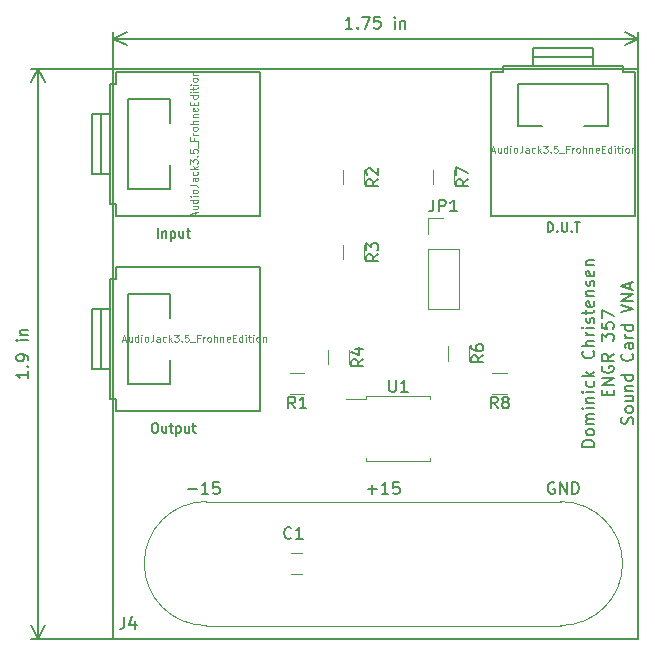
<source format=gbr>
G04 #@! TF.GenerationSoftware,KiCad,Pcbnew,(5.1.2)-1*
G04 #@! TF.CreationDate,2019-05-17T11:10:20-07:00*
G04 #@! TF.ProjectId,VNA2019soundcard,564e4132-3031-4397-936f-756e64636172,rev?*
G04 #@! TF.SameCoordinates,Original*
G04 #@! TF.FileFunction,Legend,Top*
G04 #@! TF.FilePolarity,Positive*
%FSLAX46Y46*%
G04 Gerber Fmt 4.6, Leading zero omitted, Abs format (unit mm)*
G04 Created by KiCad (PCBNEW (5.1.2)-1) date 2019-05-17 11:10:20*
%MOMM*%
%LPD*%
G04 APERTURE LIST*
%ADD10C,0.150000*%
%ADD11C,0.120000*%
%ADD12C,0.100000*%
G04 APERTURE END LIST*
D10*
X43108809Y-48682380D02*
X42537380Y-48682380D01*
X42823095Y-48682380D02*
X42823095Y-47682380D01*
X42727857Y-47825238D01*
X42632619Y-47920476D01*
X42537380Y-47968095D01*
X43537380Y-48587142D02*
X43585000Y-48634761D01*
X43537380Y-48682380D01*
X43489761Y-48634761D01*
X43537380Y-48587142D01*
X43537380Y-48682380D01*
X43918333Y-47682380D02*
X44585000Y-47682380D01*
X44156428Y-48682380D01*
X45442142Y-47682380D02*
X44965952Y-47682380D01*
X44918333Y-48158571D01*
X44965952Y-48110952D01*
X45061190Y-48063333D01*
X45299285Y-48063333D01*
X45394523Y-48110952D01*
X45442142Y-48158571D01*
X45489761Y-48253809D01*
X45489761Y-48491904D01*
X45442142Y-48587142D01*
X45394523Y-48634761D01*
X45299285Y-48682380D01*
X45061190Y-48682380D01*
X44965952Y-48634761D01*
X44918333Y-48587142D01*
X46680238Y-48682380D02*
X46680238Y-48015714D01*
X46680238Y-47682380D02*
X46632619Y-47730000D01*
X46680238Y-47777619D01*
X46727857Y-47730000D01*
X46680238Y-47682380D01*
X46680238Y-47777619D01*
X47156428Y-48015714D02*
X47156428Y-48682380D01*
X47156428Y-48110952D02*
X47204047Y-48063333D01*
X47299285Y-48015714D01*
X47442142Y-48015714D01*
X47537380Y-48063333D01*
X47585000Y-48158571D01*
X47585000Y-48682380D01*
X22860000Y-49530000D02*
X67310000Y-49530000D01*
X22860000Y-52070000D02*
X22860000Y-48943579D01*
X67310000Y-52070000D02*
X67310000Y-48943579D01*
X67310000Y-49530000D02*
X66183496Y-50116421D01*
X67310000Y-49530000D02*
X66183496Y-48943579D01*
X22860000Y-49530000D02*
X23986504Y-50116421D01*
X22860000Y-49530000D02*
X23986504Y-48943579D01*
X15662380Y-77700000D02*
X15662380Y-78271428D01*
X15662380Y-77985714D02*
X14662380Y-77985714D01*
X14805238Y-78080952D01*
X14900476Y-78176190D01*
X14948095Y-78271428D01*
X15567142Y-77271428D02*
X15614761Y-77223809D01*
X15662380Y-77271428D01*
X15614761Y-77319047D01*
X15567142Y-77271428D01*
X15662380Y-77271428D01*
X15662380Y-76747619D02*
X15662380Y-76557142D01*
X15614761Y-76461904D01*
X15567142Y-76414285D01*
X15424285Y-76319047D01*
X15233809Y-76271428D01*
X14852857Y-76271428D01*
X14757619Y-76319047D01*
X14710000Y-76366666D01*
X14662380Y-76461904D01*
X14662380Y-76652380D01*
X14710000Y-76747619D01*
X14757619Y-76795238D01*
X14852857Y-76842857D01*
X15090952Y-76842857D01*
X15186190Y-76795238D01*
X15233809Y-76747619D01*
X15281428Y-76652380D01*
X15281428Y-76461904D01*
X15233809Y-76366666D01*
X15186190Y-76319047D01*
X15090952Y-76271428D01*
X15662380Y-75080952D02*
X14995714Y-75080952D01*
X14662380Y-75080952D02*
X14710000Y-75128571D01*
X14757619Y-75080952D01*
X14710000Y-75033333D01*
X14662380Y-75080952D01*
X14757619Y-75080952D01*
X14995714Y-74604761D02*
X15662380Y-74604761D01*
X15090952Y-74604761D02*
X15043333Y-74557142D01*
X14995714Y-74461904D01*
X14995714Y-74319047D01*
X15043333Y-74223809D01*
X15138571Y-74176190D01*
X15662380Y-74176190D01*
X16510000Y-100330000D02*
X16510000Y-52070000D01*
X22860000Y-100330000D02*
X15923579Y-100330000D01*
X22860000Y-52070000D02*
X15923579Y-52070000D01*
X16510000Y-52070000D02*
X17096421Y-53196504D01*
X16510000Y-52070000D02*
X15923579Y-53196504D01*
X16510000Y-100330000D02*
X17096421Y-99203496D01*
X16510000Y-100330000D02*
X15923579Y-99203496D01*
X63572380Y-84080952D02*
X62572380Y-84080952D01*
X62572380Y-83842857D01*
X62620000Y-83700000D01*
X62715238Y-83604761D01*
X62810476Y-83557142D01*
X63000952Y-83509523D01*
X63143809Y-83509523D01*
X63334285Y-83557142D01*
X63429523Y-83604761D01*
X63524761Y-83700000D01*
X63572380Y-83842857D01*
X63572380Y-84080952D01*
X63572380Y-82938095D02*
X63524761Y-83033333D01*
X63477142Y-83080952D01*
X63381904Y-83128571D01*
X63096190Y-83128571D01*
X63000952Y-83080952D01*
X62953333Y-83033333D01*
X62905714Y-82938095D01*
X62905714Y-82795238D01*
X62953333Y-82700000D01*
X63000952Y-82652380D01*
X63096190Y-82604761D01*
X63381904Y-82604761D01*
X63477142Y-82652380D01*
X63524761Y-82700000D01*
X63572380Y-82795238D01*
X63572380Y-82938095D01*
X63572380Y-82176190D02*
X62905714Y-82176190D01*
X63000952Y-82176190D02*
X62953333Y-82128571D01*
X62905714Y-82033333D01*
X62905714Y-81890476D01*
X62953333Y-81795238D01*
X63048571Y-81747619D01*
X63572380Y-81747619D01*
X63048571Y-81747619D02*
X62953333Y-81700000D01*
X62905714Y-81604761D01*
X62905714Y-81461904D01*
X62953333Y-81366666D01*
X63048571Y-81319047D01*
X63572380Y-81319047D01*
X63572380Y-80842857D02*
X62905714Y-80842857D01*
X62572380Y-80842857D02*
X62620000Y-80890476D01*
X62667619Y-80842857D01*
X62620000Y-80795238D01*
X62572380Y-80842857D01*
X62667619Y-80842857D01*
X62905714Y-80366666D02*
X63572380Y-80366666D01*
X63000952Y-80366666D02*
X62953333Y-80319047D01*
X62905714Y-80223809D01*
X62905714Y-80080952D01*
X62953333Y-79985714D01*
X63048571Y-79938095D01*
X63572380Y-79938095D01*
X63572380Y-79461904D02*
X62905714Y-79461904D01*
X62572380Y-79461904D02*
X62620000Y-79509523D01*
X62667619Y-79461904D01*
X62620000Y-79414285D01*
X62572380Y-79461904D01*
X62667619Y-79461904D01*
X63524761Y-78557142D02*
X63572380Y-78652380D01*
X63572380Y-78842857D01*
X63524761Y-78938095D01*
X63477142Y-78985714D01*
X63381904Y-79033333D01*
X63096190Y-79033333D01*
X63000952Y-78985714D01*
X62953333Y-78938095D01*
X62905714Y-78842857D01*
X62905714Y-78652380D01*
X62953333Y-78557142D01*
X63572380Y-78128571D02*
X62572380Y-78128571D01*
X63191428Y-78033333D02*
X63572380Y-77747619D01*
X62905714Y-77747619D02*
X63286666Y-78128571D01*
X63477142Y-75985714D02*
X63524761Y-76033333D01*
X63572380Y-76176190D01*
X63572380Y-76271428D01*
X63524761Y-76414285D01*
X63429523Y-76509523D01*
X63334285Y-76557142D01*
X63143809Y-76604761D01*
X63000952Y-76604761D01*
X62810476Y-76557142D01*
X62715238Y-76509523D01*
X62620000Y-76414285D01*
X62572380Y-76271428D01*
X62572380Y-76176190D01*
X62620000Y-76033333D01*
X62667619Y-75985714D01*
X63572380Y-75557142D02*
X62572380Y-75557142D01*
X63572380Y-75128571D02*
X63048571Y-75128571D01*
X62953333Y-75176190D01*
X62905714Y-75271428D01*
X62905714Y-75414285D01*
X62953333Y-75509523D01*
X63000952Y-75557142D01*
X63572380Y-74652380D02*
X62905714Y-74652380D01*
X63096190Y-74652380D02*
X63000952Y-74604761D01*
X62953333Y-74557142D01*
X62905714Y-74461904D01*
X62905714Y-74366666D01*
X63572380Y-74033333D02*
X62905714Y-74033333D01*
X62572380Y-74033333D02*
X62620000Y-74080952D01*
X62667619Y-74033333D01*
X62620000Y-73985714D01*
X62572380Y-74033333D01*
X62667619Y-74033333D01*
X63524761Y-73604761D02*
X63572380Y-73509523D01*
X63572380Y-73319047D01*
X63524761Y-73223809D01*
X63429523Y-73176190D01*
X63381904Y-73176190D01*
X63286666Y-73223809D01*
X63239047Y-73319047D01*
X63239047Y-73461904D01*
X63191428Y-73557142D01*
X63096190Y-73604761D01*
X63048571Y-73604761D01*
X62953333Y-73557142D01*
X62905714Y-73461904D01*
X62905714Y-73319047D01*
X62953333Y-73223809D01*
X62905714Y-72890476D02*
X62905714Y-72509523D01*
X62572380Y-72747619D02*
X63429523Y-72747619D01*
X63524761Y-72700000D01*
X63572380Y-72604761D01*
X63572380Y-72509523D01*
X63524761Y-71795238D02*
X63572380Y-71890476D01*
X63572380Y-72080952D01*
X63524761Y-72176190D01*
X63429523Y-72223809D01*
X63048571Y-72223809D01*
X62953333Y-72176190D01*
X62905714Y-72080952D01*
X62905714Y-71890476D01*
X62953333Y-71795238D01*
X63048571Y-71747619D01*
X63143809Y-71747619D01*
X63239047Y-72223809D01*
X62905714Y-71319047D02*
X63572380Y-71319047D01*
X63000952Y-71319047D02*
X62953333Y-71271428D01*
X62905714Y-71176190D01*
X62905714Y-71033333D01*
X62953333Y-70938095D01*
X63048571Y-70890476D01*
X63572380Y-70890476D01*
X63524761Y-70461904D02*
X63572380Y-70366666D01*
X63572380Y-70176190D01*
X63524761Y-70080952D01*
X63429523Y-70033333D01*
X63381904Y-70033333D01*
X63286666Y-70080952D01*
X63239047Y-70176190D01*
X63239047Y-70319047D01*
X63191428Y-70414285D01*
X63096190Y-70461904D01*
X63048571Y-70461904D01*
X62953333Y-70414285D01*
X62905714Y-70319047D01*
X62905714Y-70176190D01*
X62953333Y-70080952D01*
X63524761Y-69223809D02*
X63572380Y-69319047D01*
X63572380Y-69509523D01*
X63524761Y-69604761D01*
X63429523Y-69652380D01*
X63048571Y-69652380D01*
X62953333Y-69604761D01*
X62905714Y-69509523D01*
X62905714Y-69319047D01*
X62953333Y-69223809D01*
X63048571Y-69176190D01*
X63143809Y-69176190D01*
X63239047Y-69652380D01*
X62905714Y-68747619D02*
X63572380Y-68747619D01*
X63000952Y-68747619D02*
X62953333Y-68700000D01*
X62905714Y-68604761D01*
X62905714Y-68461904D01*
X62953333Y-68366666D01*
X63048571Y-68319047D01*
X63572380Y-68319047D01*
X64698571Y-79747619D02*
X64698571Y-79414285D01*
X65222380Y-79271428D02*
X65222380Y-79747619D01*
X64222380Y-79747619D01*
X64222380Y-79271428D01*
X65222380Y-78842857D02*
X64222380Y-78842857D01*
X65222380Y-78271428D01*
X64222380Y-78271428D01*
X64270000Y-77271428D02*
X64222380Y-77366666D01*
X64222380Y-77509523D01*
X64270000Y-77652380D01*
X64365238Y-77747619D01*
X64460476Y-77795238D01*
X64650952Y-77842857D01*
X64793809Y-77842857D01*
X64984285Y-77795238D01*
X65079523Y-77747619D01*
X65174761Y-77652380D01*
X65222380Y-77509523D01*
X65222380Y-77414285D01*
X65174761Y-77271428D01*
X65127142Y-77223809D01*
X64793809Y-77223809D01*
X64793809Y-77414285D01*
X65222380Y-76223809D02*
X64746190Y-76557142D01*
X65222380Y-76795238D02*
X64222380Y-76795238D01*
X64222380Y-76414285D01*
X64270000Y-76319047D01*
X64317619Y-76271428D01*
X64412857Y-76223809D01*
X64555714Y-76223809D01*
X64650952Y-76271428D01*
X64698571Y-76319047D01*
X64746190Y-76414285D01*
X64746190Y-76795238D01*
X64222380Y-75128571D02*
X64222380Y-74509523D01*
X64603333Y-74842857D01*
X64603333Y-74700000D01*
X64650952Y-74604761D01*
X64698571Y-74557142D01*
X64793809Y-74509523D01*
X65031904Y-74509523D01*
X65127142Y-74557142D01*
X65174761Y-74604761D01*
X65222380Y-74700000D01*
X65222380Y-74985714D01*
X65174761Y-75080952D01*
X65127142Y-75128571D01*
X64222380Y-73604761D02*
X64222380Y-74080952D01*
X64698571Y-74128571D01*
X64650952Y-74080952D01*
X64603333Y-73985714D01*
X64603333Y-73747619D01*
X64650952Y-73652380D01*
X64698571Y-73604761D01*
X64793809Y-73557142D01*
X65031904Y-73557142D01*
X65127142Y-73604761D01*
X65174761Y-73652380D01*
X65222380Y-73747619D01*
X65222380Y-73985714D01*
X65174761Y-74080952D01*
X65127142Y-74128571D01*
X64222380Y-73223809D02*
X64222380Y-72557142D01*
X65222380Y-72985714D01*
X66824761Y-82152380D02*
X66872380Y-82009523D01*
X66872380Y-81771428D01*
X66824761Y-81676190D01*
X66777142Y-81628571D01*
X66681904Y-81580952D01*
X66586666Y-81580952D01*
X66491428Y-81628571D01*
X66443809Y-81676190D01*
X66396190Y-81771428D01*
X66348571Y-81961904D01*
X66300952Y-82057142D01*
X66253333Y-82104761D01*
X66158095Y-82152380D01*
X66062857Y-82152380D01*
X65967619Y-82104761D01*
X65920000Y-82057142D01*
X65872380Y-81961904D01*
X65872380Y-81723809D01*
X65920000Y-81580952D01*
X66872380Y-81009523D02*
X66824761Y-81104761D01*
X66777142Y-81152380D01*
X66681904Y-81200000D01*
X66396190Y-81200000D01*
X66300952Y-81152380D01*
X66253333Y-81104761D01*
X66205714Y-81009523D01*
X66205714Y-80866666D01*
X66253333Y-80771428D01*
X66300952Y-80723809D01*
X66396190Y-80676190D01*
X66681904Y-80676190D01*
X66777142Y-80723809D01*
X66824761Y-80771428D01*
X66872380Y-80866666D01*
X66872380Y-81009523D01*
X66205714Y-79819047D02*
X66872380Y-79819047D01*
X66205714Y-80247619D02*
X66729523Y-80247619D01*
X66824761Y-80200000D01*
X66872380Y-80104761D01*
X66872380Y-79961904D01*
X66824761Y-79866666D01*
X66777142Y-79819047D01*
X66205714Y-79342857D02*
X66872380Y-79342857D01*
X66300952Y-79342857D02*
X66253333Y-79295238D01*
X66205714Y-79200000D01*
X66205714Y-79057142D01*
X66253333Y-78961904D01*
X66348571Y-78914285D01*
X66872380Y-78914285D01*
X66872380Y-78009523D02*
X65872380Y-78009523D01*
X66824761Y-78009523D02*
X66872380Y-78104761D01*
X66872380Y-78295238D01*
X66824761Y-78390476D01*
X66777142Y-78438095D01*
X66681904Y-78485714D01*
X66396190Y-78485714D01*
X66300952Y-78438095D01*
X66253333Y-78390476D01*
X66205714Y-78295238D01*
X66205714Y-78104761D01*
X66253333Y-78009523D01*
X66777142Y-76200000D02*
X66824761Y-76247619D01*
X66872380Y-76390476D01*
X66872380Y-76485714D01*
X66824761Y-76628571D01*
X66729523Y-76723809D01*
X66634285Y-76771428D01*
X66443809Y-76819047D01*
X66300952Y-76819047D01*
X66110476Y-76771428D01*
X66015238Y-76723809D01*
X65920000Y-76628571D01*
X65872380Y-76485714D01*
X65872380Y-76390476D01*
X65920000Y-76247619D01*
X65967619Y-76200000D01*
X66872380Y-75342857D02*
X66348571Y-75342857D01*
X66253333Y-75390476D01*
X66205714Y-75485714D01*
X66205714Y-75676190D01*
X66253333Y-75771428D01*
X66824761Y-75342857D02*
X66872380Y-75438095D01*
X66872380Y-75676190D01*
X66824761Y-75771428D01*
X66729523Y-75819047D01*
X66634285Y-75819047D01*
X66539047Y-75771428D01*
X66491428Y-75676190D01*
X66491428Y-75438095D01*
X66443809Y-75342857D01*
X66872380Y-74866666D02*
X66205714Y-74866666D01*
X66396190Y-74866666D02*
X66300952Y-74819047D01*
X66253333Y-74771428D01*
X66205714Y-74676190D01*
X66205714Y-74580952D01*
X66872380Y-73819047D02*
X65872380Y-73819047D01*
X66824761Y-73819047D02*
X66872380Y-73914285D01*
X66872380Y-74104761D01*
X66824761Y-74200000D01*
X66777142Y-74247619D01*
X66681904Y-74295238D01*
X66396190Y-74295238D01*
X66300952Y-74247619D01*
X66253333Y-74200000D01*
X66205714Y-74104761D01*
X66205714Y-73914285D01*
X66253333Y-73819047D01*
X65872380Y-72723809D02*
X66872380Y-72390476D01*
X65872380Y-72057142D01*
X66872380Y-71723809D02*
X65872380Y-71723809D01*
X66872380Y-71152380D01*
X65872380Y-71152380D01*
X66586666Y-70723809D02*
X66586666Y-70247619D01*
X66872380Y-70819047D02*
X65872380Y-70485714D01*
X66872380Y-70152380D01*
X60198095Y-87130000D02*
X60102857Y-87082380D01*
X59960000Y-87082380D01*
X59817142Y-87130000D01*
X59721904Y-87225238D01*
X59674285Y-87320476D01*
X59626666Y-87510952D01*
X59626666Y-87653809D01*
X59674285Y-87844285D01*
X59721904Y-87939523D01*
X59817142Y-88034761D01*
X59960000Y-88082380D01*
X60055238Y-88082380D01*
X60198095Y-88034761D01*
X60245714Y-87987142D01*
X60245714Y-87653809D01*
X60055238Y-87653809D01*
X60674285Y-88082380D02*
X60674285Y-87082380D01*
X61245714Y-88082380D01*
X61245714Y-87082380D01*
X61721904Y-88082380D02*
X61721904Y-87082380D01*
X61960000Y-87082380D01*
X62102857Y-87130000D01*
X62198095Y-87225238D01*
X62245714Y-87320476D01*
X62293333Y-87510952D01*
X62293333Y-87653809D01*
X62245714Y-87844285D01*
X62198095Y-87939523D01*
X62102857Y-88034761D01*
X61960000Y-88082380D01*
X61721904Y-88082380D01*
X44386666Y-87701428D02*
X45148571Y-87701428D01*
X44767619Y-88082380D02*
X44767619Y-87320476D01*
X46148571Y-88082380D02*
X45577142Y-88082380D01*
X45862857Y-88082380D02*
X45862857Y-87082380D01*
X45767619Y-87225238D01*
X45672380Y-87320476D01*
X45577142Y-87368095D01*
X47053333Y-87082380D02*
X46577142Y-87082380D01*
X46529523Y-87558571D01*
X46577142Y-87510952D01*
X46672380Y-87463333D01*
X46910476Y-87463333D01*
X47005714Y-87510952D01*
X47053333Y-87558571D01*
X47100952Y-87653809D01*
X47100952Y-87891904D01*
X47053333Y-87987142D01*
X47005714Y-88034761D01*
X46910476Y-88082380D01*
X46672380Y-88082380D01*
X46577142Y-88034761D01*
X46529523Y-87987142D01*
X29146666Y-87701428D02*
X29908571Y-87701428D01*
X30908571Y-88082380D02*
X30337142Y-88082380D01*
X30622857Y-88082380D02*
X30622857Y-87082380D01*
X30527619Y-87225238D01*
X30432380Y-87320476D01*
X30337142Y-87368095D01*
X31813333Y-87082380D02*
X31337142Y-87082380D01*
X31289523Y-87558571D01*
X31337142Y-87510952D01*
X31432380Y-87463333D01*
X31670476Y-87463333D01*
X31765714Y-87510952D01*
X31813333Y-87558571D01*
X31860952Y-87653809D01*
X31860952Y-87891904D01*
X31813333Y-87987142D01*
X31765714Y-88034761D01*
X31670476Y-88082380D01*
X31432380Y-88082380D01*
X31337142Y-88034761D01*
X31289523Y-87987142D01*
X67310000Y-100330000D02*
X67310000Y-95250000D01*
X22860000Y-100330000D02*
X67310000Y-100330000D01*
X22860000Y-95250000D02*
X22860000Y-100330000D01*
X22860000Y-52070000D02*
X22860000Y-78740000D01*
X67310000Y-52070000D02*
X22860000Y-52070000D01*
X67310000Y-95250000D02*
X67310000Y-52070000D01*
X22860000Y-78740000D02*
X22860000Y-95250000D01*
X35306000Y-52324000D02*
X35306000Y-64516000D01*
X23114000Y-52324000D02*
X35306000Y-52324000D01*
X35306000Y-64516000D02*
X23114000Y-64516000D01*
X21082000Y-60960000D02*
X21082000Y-55880000D01*
X22606000Y-53340000D02*
X23114000Y-53340000D01*
X22606000Y-63500000D02*
X22606000Y-53340000D01*
X22860000Y-63500000D02*
X22606000Y-63500000D01*
X23114000Y-63500000D02*
X22860000Y-63500000D01*
X21844000Y-60960000D02*
X21844000Y-55880000D01*
X22606000Y-55880000D02*
X21082000Y-55880000D01*
X21082000Y-60960000D02*
X22606000Y-60960000D01*
X23114000Y-52324000D02*
X23114000Y-53340000D01*
X23114000Y-63500000D02*
X23114000Y-64516000D01*
X27686000Y-54610000D02*
X27686000Y-56642000D01*
X24130000Y-54610000D02*
X27686000Y-54610000D01*
X24130000Y-62230000D02*
X24130000Y-54610000D01*
X27686000Y-62230000D02*
X24130000Y-62230000D01*
X27686000Y-60198000D02*
X27686000Y-62230000D01*
X35306000Y-68834000D02*
X35306000Y-81026000D01*
X23114000Y-68834000D02*
X35306000Y-68834000D01*
X35306000Y-81026000D02*
X23114000Y-81026000D01*
X21082000Y-77470000D02*
X21082000Y-72390000D01*
X22606000Y-69850000D02*
X23114000Y-69850000D01*
X22606000Y-80010000D02*
X22606000Y-69850000D01*
X22860000Y-80010000D02*
X22606000Y-80010000D01*
X23114000Y-80010000D02*
X22860000Y-80010000D01*
X21844000Y-77470000D02*
X21844000Y-72390000D01*
X22606000Y-72390000D02*
X21082000Y-72390000D01*
X21082000Y-77470000D02*
X22606000Y-77470000D01*
X23114000Y-68834000D02*
X23114000Y-69850000D01*
X23114000Y-80010000D02*
X23114000Y-81026000D01*
X27686000Y-71120000D02*
X27686000Y-73152000D01*
X24130000Y-71120000D02*
X27686000Y-71120000D01*
X24130000Y-78740000D02*
X24130000Y-71120000D01*
X27686000Y-78740000D02*
X24130000Y-78740000D01*
X27686000Y-76708000D02*
X27686000Y-78740000D01*
X67056000Y-64516000D02*
X54864000Y-64516000D01*
X67056000Y-52324000D02*
X67056000Y-64516000D01*
X54864000Y-64516000D02*
X54864000Y-52324000D01*
X58420000Y-50292000D02*
X63500000Y-50292000D01*
X66040000Y-51816000D02*
X66040000Y-52324000D01*
X55880000Y-51816000D02*
X66040000Y-51816000D01*
X55880000Y-52070000D02*
X55880000Y-51816000D01*
X55880000Y-52324000D02*
X55880000Y-52070000D01*
X58420000Y-51054000D02*
X63500000Y-51054000D01*
X63500000Y-51816000D02*
X63500000Y-50292000D01*
X58420000Y-50292000D02*
X58420000Y-51816000D01*
X67056000Y-52324000D02*
X66040000Y-52324000D01*
X55880000Y-52324000D02*
X54864000Y-52324000D01*
X64770000Y-56896000D02*
X62738000Y-56896000D01*
X64770000Y-53340000D02*
X64770000Y-56896000D01*
X57150000Y-53340000D02*
X64770000Y-53340000D01*
X57150000Y-56896000D02*
X57150000Y-53340000D01*
X59182000Y-56896000D02*
X57150000Y-56896000D01*
D11*
X30730000Y-99230000D02*
X60730000Y-99230000D01*
X60730000Y-88730000D02*
X30730000Y-88730000D01*
X60730000Y-99230000D02*
G75*
G03X60730000Y-88730000I0J5250000D01*
G01*
X30730000Y-88730000D02*
G75*
G03X30730000Y-99230000I0J-5250000D01*
G01*
X44265000Y-80085000D02*
X42590000Y-80085000D01*
X44265000Y-79825000D02*
X44265000Y-80085000D01*
X46990000Y-79825000D02*
X44265000Y-79825000D01*
X49715000Y-79825000D02*
X49715000Y-80085000D01*
X46990000Y-79825000D02*
X49715000Y-79825000D01*
X44265000Y-85275000D02*
X44265000Y-85015000D01*
X46990000Y-85275000D02*
X44265000Y-85275000D01*
X49715000Y-85275000D02*
X49715000Y-85015000D01*
X46990000Y-85275000D02*
X49715000Y-85275000D01*
X54960000Y-77860000D02*
X56160000Y-77860000D01*
X56160000Y-79620000D02*
X54960000Y-79620000D01*
X49920000Y-61880000D02*
X49920000Y-60680000D01*
X51680000Y-60680000D02*
X51680000Y-61880000D01*
X51190000Y-76800000D02*
X51190000Y-75600000D01*
X52950000Y-75600000D02*
X52950000Y-76800000D01*
X41030000Y-77120000D02*
X41030000Y-75920000D01*
X42790000Y-75920000D02*
X42790000Y-77120000D01*
X42300000Y-68230000D02*
X42300000Y-67030000D01*
X44060000Y-67030000D02*
X44060000Y-68230000D01*
X42300000Y-61880000D02*
X42300000Y-60680000D01*
X44060000Y-60680000D02*
X44060000Y-61880000D01*
X37820000Y-77860000D02*
X39020000Y-77860000D01*
X39020000Y-79620000D02*
X37820000Y-79620000D01*
X37870000Y-94830000D02*
X38870000Y-94830000D01*
X38870000Y-93130000D02*
X37870000Y-93130000D01*
X49470000Y-72450000D02*
X52130000Y-72450000D01*
X49470000Y-67310000D02*
X49470000Y-72450000D01*
X52130000Y-67310000D02*
X52130000Y-72450000D01*
X49470000Y-67310000D02*
X52130000Y-67310000D01*
X49470000Y-66040000D02*
X49470000Y-64710000D01*
X49470000Y-64710000D02*
X50800000Y-64710000D01*
D10*
X26625714Y-66401904D02*
X26625714Y-65601904D01*
X27006666Y-65868571D02*
X27006666Y-66401904D01*
X27006666Y-65944761D02*
X27044761Y-65906666D01*
X27120952Y-65868571D01*
X27235238Y-65868571D01*
X27311428Y-65906666D01*
X27349523Y-65982857D01*
X27349523Y-66401904D01*
X27730476Y-65868571D02*
X27730476Y-66668571D01*
X27730476Y-65906666D02*
X27806666Y-65868571D01*
X27959047Y-65868571D01*
X28035238Y-65906666D01*
X28073333Y-65944761D01*
X28111428Y-66020952D01*
X28111428Y-66249523D01*
X28073333Y-66325714D01*
X28035238Y-66363809D01*
X27959047Y-66401904D01*
X27806666Y-66401904D01*
X27730476Y-66363809D01*
X28797142Y-65868571D02*
X28797142Y-66401904D01*
X28454285Y-65868571D02*
X28454285Y-66287619D01*
X28492380Y-66363809D01*
X28568571Y-66401904D01*
X28682857Y-66401904D01*
X28759047Y-66363809D01*
X28797142Y-66325714D01*
X29063809Y-65868571D02*
X29368571Y-65868571D01*
X29178095Y-65601904D02*
X29178095Y-66287619D01*
X29216190Y-66363809D01*
X29292380Y-66401904D01*
X29368571Y-66401904D01*
D12*
X29818000Y-64520000D02*
X29818000Y-64234285D01*
X29989428Y-64577142D02*
X29389428Y-64377142D01*
X29989428Y-64177142D01*
X29589428Y-63720000D02*
X29989428Y-63720000D01*
X29589428Y-63977142D02*
X29903714Y-63977142D01*
X29960857Y-63948571D01*
X29989428Y-63891428D01*
X29989428Y-63805714D01*
X29960857Y-63748571D01*
X29932285Y-63720000D01*
X29989428Y-63177142D02*
X29389428Y-63177142D01*
X29960857Y-63177142D02*
X29989428Y-63234285D01*
X29989428Y-63348571D01*
X29960857Y-63405714D01*
X29932285Y-63434285D01*
X29875142Y-63462857D01*
X29703714Y-63462857D01*
X29646571Y-63434285D01*
X29618000Y-63405714D01*
X29589428Y-63348571D01*
X29589428Y-63234285D01*
X29618000Y-63177142D01*
X29989428Y-62891428D02*
X29589428Y-62891428D01*
X29389428Y-62891428D02*
X29418000Y-62920000D01*
X29446571Y-62891428D01*
X29418000Y-62862857D01*
X29389428Y-62891428D01*
X29446571Y-62891428D01*
X29989428Y-62520000D02*
X29960857Y-62577142D01*
X29932285Y-62605714D01*
X29875142Y-62634285D01*
X29703714Y-62634285D01*
X29646571Y-62605714D01*
X29618000Y-62577142D01*
X29589428Y-62520000D01*
X29589428Y-62434285D01*
X29618000Y-62377142D01*
X29646571Y-62348571D01*
X29703714Y-62320000D01*
X29875142Y-62320000D01*
X29932285Y-62348571D01*
X29960857Y-62377142D01*
X29989428Y-62434285D01*
X29989428Y-62520000D01*
X29389428Y-61891428D02*
X29818000Y-61891428D01*
X29903714Y-61920000D01*
X29960857Y-61977142D01*
X29989428Y-62062857D01*
X29989428Y-62120000D01*
X29989428Y-61348571D02*
X29675142Y-61348571D01*
X29618000Y-61377142D01*
X29589428Y-61434285D01*
X29589428Y-61548571D01*
X29618000Y-61605714D01*
X29960857Y-61348571D02*
X29989428Y-61405714D01*
X29989428Y-61548571D01*
X29960857Y-61605714D01*
X29903714Y-61634285D01*
X29846571Y-61634285D01*
X29789428Y-61605714D01*
X29760857Y-61548571D01*
X29760857Y-61405714D01*
X29732285Y-61348571D01*
X29960857Y-60805714D02*
X29989428Y-60862857D01*
X29989428Y-60977142D01*
X29960857Y-61034285D01*
X29932285Y-61062857D01*
X29875142Y-61091428D01*
X29703714Y-61091428D01*
X29646571Y-61062857D01*
X29618000Y-61034285D01*
X29589428Y-60977142D01*
X29589428Y-60862857D01*
X29618000Y-60805714D01*
X29989428Y-60548571D02*
X29389428Y-60548571D01*
X29760857Y-60491428D02*
X29989428Y-60320000D01*
X29589428Y-60320000D02*
X29818000Y-60548571D01*
X29389428Y-60120000D02*
X29389428Y-59748571D01*
X29618000Y-59948571D01*
X29618000Y-59862857D01*
X29646571Y-59805714D01*
X29675142Y-59777142D01*
X29732285Y-59748571D01*
X29875142Y-59748571D01*
X29932285Y-59777142D01*
X29960857Y-59805714D01*
X29989428Y-59862857D01*
X29989428Y-60034285D01*
X29960857Y-60091428D01*
X29932285Y-60120000D01*
X29932285Y-59491428D02*
X29960857Y-59462857D01*
X29989428Y-59491428D01*
X29960857Y-59520000D01*
X29932285Y-59491428D01*
X29989428Y-59491428D01*
X29389428Y-58920000D02*
X29389428Y-59205714D01*
X29675142Y-59234285D01*
X29646571Y-59205714D01*
X29618000Y-59148571D01*
X29618000Y-59005714D01*
X29646571Y-58948571D01*
X29675142Y-58920000D01*
X29732285Y-58891428D01*
X29875142Y-58891428D01*
X29932285Y-58920000D01*
X29960857Y-58948571D01*
X29989428Y-59005714D01*
X29989428Y-59148571D01*
X29960857Y-59205714D01*
X29932285Y-59234285D01*
X30046571Y-58777142D02*
X30046571Y-58320000D01*
X29675142Y-57977142D02*
X29675142Y-58177142D01*
X29989428Y-58177142D02*
X29389428Y-58177142D01*
X29389428Y-57891428D01*
X29989428Y-57662857D02*
X29589428Y-57662857D01*
X29703714Y-57662857D02*
X29646571Y-57634285D01*
X29618000Y-57605714D01*
X29589428Y-57548571D01*
X29589428Y-57491428D01*
X29989428Y-57205714D02*
X29960857Y-57262857D01*
X29932285Y-57291428D01*
X29875142Y-57320000D01*
X29703714Y-57320000D01*
X29646571Y-57291428D01*
X29618000Y-57262857D01*
X29589428Y-57205714D01*
X29589428Y-57120000D01*
X29618000Y-57062857D01*
X29646571Y-57034285D01*
X29703714Y-57005714D01*
X29875142Y-57005714D01*
X29932285Y-57034285D01*
X29960857Y-57062857D01*
X29989428Y-57120000D01*
X29989428Y-57205714D01*
X29989428Y-56748571D02*
X29389428Y-56748571D01*
X29989428Y-56491428D02*
X29675142Y-56491428D01*
X29618000Y-56520000D01*
X29589428Y-56577142D01*
X29589428Y-56662857D01*
X29618000Y-56720000D01*
X29646571Y-56748571D01*
X29589428Y-56205714D02*
X29989428Y-56205714D01*
X29646571Y-56205714D02*
X29618000Y-56177142D01*
X29589428Y-56120000D01*
X29589428Y-56034285D01*
X29618000Y-55977142D01*
X29675142Y-55948571D01*
X29989428Y-55948571D01*
X29960857Y-55434285D02*
X29989428Y-55491428D01*
X29989428Y-55605714D01*
X29960857Y-55662857D01*
X29903714Y-55691428D01*
X29675142Y-55691428D01*
X29618000Y-55662857D01*
X29589428Y-55605714D01*
X29589428Y-55491428D01*
X29618000Y-55434285D01*
X29675142Y-55405714D01*
X29732285Y-55405714D01*
X29789428Y-55691428D01*
X29675142Y-55148571D02*
X29675142Y-54948571D01*
X29989428Y-54862857D02*
X29989428Y-55148571D01*
X29389428Y-55148571D01*
X29389428Y-54862857D01*
X29989428Y-54348571D02*
X29389428Y-54348571D01*
X29960857Y-54348571D02*
X29989428Y-54405714D01*
X29989428Y-54520000D01*
X29960857Y-54577142D01*
X29932285Y-54605714D01*
X29875142Y-54634285D01*
X29703714Y-54634285D01*
X29646571Y-54605714D01*
X29618000Y-54577142D01*
X29589428Y-54520000D01*
X29589428Y-54405714D01*
X29618000Y-54348571D01*
X29989428Y-54062857D02*
X29589428Y-54062857D01*
X29389428Y-54062857D02*
X29418000Y-54091428D01*
X29446571Y-54062857D01*
X29418000Y-54034285D01*
X29389428Y-54062857D01*
X29446571Y-54062857D01*
X29589428Y-53862857D02*
X29589428Y-53634285D01*
X29389428Y-53777142D02*
X29903714Y-53777142D01*
X29960857Y-53748571D01*
X29989428Y-53691428D01*
X29989428Y-53634285D01*
X29989428Y-53434285D02*
X29589428Y-53434285D01*
X29389428Y-53434285D02*
X29418000Y-53462857D01*
X29446571Y-53434285D01*
X29418000Y-53405714D01*
X29389428Y-53434285D01*
X29446571Y-53434285D01*
X29989428Y-53062857D02*
X29960857Y-53120000D01*
X29932285Y-53148571D01*
X29875142Y-53177142D01*
X29703714Y-53177142D01*
X29646571Y-53148571D01*
X29618000Y-53120000D01*
X29589428Y-53062857D01*
X29589428Y-52977142D01*
X29618000Y-52920000D01*
X29646571Y-52891428D01*
X29703714Y-52862857D01*
X29875142Y-52862857D01*
X29932285Y-52891428D01*
X29960857Y-52920000D01*
X29989428Y-52977142D01*
X29989428Y-53062857D01*
X29589428Y-52605714D02*
X29989428Y-52605714D01*
X29646571Y-52605714D02*
X29618000Y-52577142D01*
X29589428Y-52519999D01*
X29589428Y-52434285D01*
X29618000Y-52377142D01*
X29675142Y-52348571D01*
X29989428Y-52348571D01*
D10*
X26320952Y-82111904D02*
X26473333Y-82111904D01*
X26549523Y-82150000D01*
X26625714Y-82226190D01*
X26663809Y-82378571D01*
X26663809Y-82645238D01*
X26625714Y-82797619D01*
X26549523Y-82873809D01*
X26473333Y-82911904D01*
X26320952Y-82911904D01*
X26244761Y-82873809D01*
X26168571Y-82797619D01*
X26130476Y-82645238D01*
X26130476Y-82378571D01*
X26168571Y-82226190D01*
X26244761Y-82150000D01*
X26320952Y-82111904D01*
X27349523Y-82378571D02*
X27349523Y-82911904D01*
X27006666Y-82378571D02*
X27006666Y-82797619D01*
X27044761Y-82873809D01*
X27120952Y-82911904D01*
X27235238Y-82911904D01*
X27311428Y-82873809D01*
X27349523Y-82835714D01*
X27616190Y-82378571D02*
X27920952Y-82378571D01*
X27730476Y-82111904D02*
X27730476Y-82797619D01*
X27768571Y-82873809D01*
X27844761Y-82911904D01*
X27920952Y-82911904D01*
X28187619Y-82378571D02*
X28187619Y-83178571D01*
X28187619Y-82416666D02*
X28263809Y-82378571D01*
X28416190Y-82378571D01*
X28492380Y-82416666D01*
X28530476Y-82454761D01*
X28568571Y-82530952D01*
X28568571Y-82759523D01*
X28530476Y-82835714D01*
X28492380Y-82873809D01*
X28416190Y-82911904D01*
X28263809Y-82911904D01*
X28187619Y-82873809D01*
X29254285Y-82378571D02*
X29254285Y-82911904D01*
X28911428Y-82378571D02*
X28911428Y-82797619D01*
X28949523Y-82873809D01*
X29025714Y-82911904D01*
X29140000Y-82911904D01*
X29216190Y-82873809D01*
X29254285Y-82835714D01*
X29520952Y-82378571D02*
X29825714Y-82378571D01*
X29635238Y-82111904D02*
X29635238Y-82797619D01*
X29673333Y-82873809D01*
X29749523Y-82911904D01*
X29825714Y-82911904D01*
D12*
X23618000Y-75030000D02*
X23903714Y-75030000D01*
X23560857Y-75201428D02*
X23760857Y-74601428D01*
X23960857Y-75201428D01*
X24418000Y-74801428D02*
X24418000Y-75201428D01*
X24160857Y-74801428D02*
X24160857Y-75115714D01*
X24189428Y-75172857D01*
X24246571Y-75201428D01*
X24332285Y-75201428D01*
X24389428Y-75172857D01*
X24418000Y-75144285D01*
X24960857Y-75201428D02*
X24960857Y-74601428D01*
X24960857Y-75172857D02*
X24903714Y-75201428D01*
X24789428Y-75201428D01*
X24732285Y-75172857D01*
X24703714Y-75144285D01*
X24675142Y-75087142D01*
X24675142Y-74915714D01*
X24703714Y-74858571D01*
X24732285Y-74830000D01*
X24789428Y-74801428D01*
X24903714Y-74801428D01*
X24960857Y-74830000D01*
X25246571Y-75201428D02*
X25246571Y-74801428D01*
X25246571Y-74601428D02*
X25218000Y-74630000D01*
X25246571Y-74658571D01*
X25275142Y-74630000D01*
X25246571Y-74601428D01*
X25246571Y-74658571D01*
X25618000Y-75201428D02*
X25560857Y-75172857D01*
X25532285Y-75144285D01*
X25503714Y-75087142D01*
X25503714Y-74915714D01*
X25532285Y-74858571D01*
X25560857Y-74830000D01*
X25618000Y-74801428D01*
X25703714Y-74801428D01*
X25760857Y-74830000D01*
X25789428Y-74858571D01*
X25818000Y-74915714D01*
X25818000Y-75087142D01*
X25789428Y-75144285D01*
X25760857Y-75172857D01*
X25703714Y-75201428D01*
X25618000Y-75201428D01*
X26246571Y-74601428D02*
X26246571Y-75030000D01*
X26218000Y-75115714D01*
X26160857Y-75172857D01*
X26075142Y-75201428D01*
X26018000Y-75201428D01*
X26789428Y-75201428D02*
X26789428Y-74887142D01*
X26760857Y-74830000D01*
X26703714Y-74801428D01*
X26589428Y-74801428D01*
X26532285Y-74830000D01*
X26789428Y-75172857D02*
X26732285Y-75201428D01*
X26589428Y-75201428D01*
X26532285Y-75172857D01*
X26503714Y-75115714D01*
X26503714Y-75058571D01*
X26532285Y-75001428D01*
X26589428Y-74972857D01*
X26732285Y-74972857D01*
X26789428Y-74944285D01*
X27332285Y-75172857D02*
X27275142Y-75201428D01*
X27160857Y-75201428D01*
X27103714Y-75172857D01*
X27075142Y-75144285D01*
X27046571Y-75087142D01*
X27046571Y-74915714D01*
X27075142Y-74858571D01*
X27103714Y-74830000D01*
X27160857Y-74801428D01*
X27275142Y-74801428D01*
X27332285Y-74830000D01*
X27589428Y-75201428D02*
X27589428Y-74601428D01*
X27646571Y-74972857D02*
X27818000Y-75201428D01*
X27818000Y-74801428D02*
X27589428Y-75030000D01*
X28018000Y-74601428D02*
X28389428Y-74601428D01*
X28189428Y-74830000D01*
X28275142Y-74830000D01*
X28332285Y-74858571D01*
X28360857Y-74887142D01*
X28389428Y-74944285D01*
X28389428Y-75087142D01*
X28360857Y-75144285D01*
X28332285Y-75172857D01*
X28275142Y-75201428D01*
X28103714Y-75201428D01*
X28046571Y-75172857D01*
X28018000Y-75144285D01*
X28646571Y-75144285D02*
X28675142Y-75172857D01*
X28646571Y-75201428D01*
X28618000Y-75172857D01*
X28646571Y-75144285D01*
X28646571Y-75201428D01*
X29218000Y-74601428D02*
X28932285Y-74601428D01*
X28903714Y-74887142D01*
X28932285Y-74858571D01*
X28989428Y-74830000D01*
X29132285Y-74830000D01*
X29189428Y-74858571D01*
X29218000Y-74887142D01*
X29246571Y-74944285D01*
X29246571Y-75087142D01*
X29218000Y-75144285D01*
X29189428Y-75172857D01*
X29132285Y-75201428D01*
X28989428Y-75201428D01*
X28932285Y-75172857D01*
X28903714Y-75144285D01*
X29360857Y-75258571D02*
X29818000Y-75258571D01*
X30160857Y-74887142D02*
X29960857Y-74887142D01*
X29960857Y-75201428D02*
X29960857Y-74601428D01*
X30246571Y-74601428D01*
X30475142Y-75201428D02*
X30475142Y-74801428D01*
X30475142Y-74915714D02*
X30503714Y-74858571D01*
X30532285Y-74830000D01*
X30589428Y-74801428D01*
X30646571Y-74801428D01*
X30932285Y-75201428D02*
X30875142Y-75172857D01*
X30846571Y-75144285D01*
X30818000Y-75087142D01*
X30818000Y-74915714D01*
X30846571Y-74858571D01*
X30875142Y-74830000D01*
X30932285Y-74801428D01*
X31018000Y-74801428D01*
X31075142Y-74830000D01*
X31103714Y-74858571D01*
X31132285Y-74915714D01*
X31132285Y-75087142D01*
X31103714Y-75144285D01*
X31075142Y-75172857D01*
X31018000Y-75201428D01*
X30932285Y-75201428D01*
X31389428Y-75201428D02*
X31389428Y-74601428D01*
X31646571Y-75201428D02*
X31646571Y-74887142D01*
X31618000Y-74830000D01*
X31560857Y-74801428D01*
X31475142Y-74801428D01*
X31418000Y-74830000D01*
X31389428Y-74858571D01*
X31932285Y-74801428D02*
X31932285Y-75201428D01*
X31932285Y-74858571D02*
X31960857Y-74830000D01*
X32018000Y-74801428D01*
X32103714Y-74801428D01*
X32160857Y-74830000D01*
X32189428Y-74887142D01*
X32189428Y-75201428D01*
X32703714Y-75172857D02*
X32646571Y-75201428D01*
X32532285Y-75201428D01*
X32475142Y-75172857D01*
X32446571Y-75115714D01*
X32446571Y-74887142D01*
X32475142Y-74830000D01*
X32532285Y-74801428D01*
X32646571Y-74801428D01*
X32703714Y-74830000D01*
X32732285Y-74887142D01*
X32732285Y-74944285D01*
X32446571Y-75001428D01*
X32989428Y-74887142D02*
X33189428Y-74887142D01*
X33275142Y-75201428D02*
X32989428Y-75201428D01*
X32989428Y-74601428D01*
X33275142Y-74601428D01*
X33789428Y-75201428D02*
X33789428Y-74601428D01*
X33789428Y-75172857D02*
X33732285Y-75201428D01*
X33618000Y-75201428D01*
X33560857Y-75172857D01*
X33532285Y-75144285D01*
X33503714Y-75087142D01*
X33503714Y-74915714D01*
X33532285Y-74858571D01*
X33560857Y-74830000D01*
X33618000Y-74801428D01*
X33732285Y-74801428D01*
X33789428Y-74830000D01*
X34075142Y-75201428D02*
X34075142Y-74801428D01*
X34075142Y-74601428D02*
X34046571Y-74630000D01*
X34075142Y-74658571D01*
X34103714Y-74630000D01*
X34075142Y-74601428D01*
X34075142Y-74658571D01*
X34275142Y-74801428D02*
X34503714Y-74801428D01*
X34360857Y-74601428D02*
X34360857Y-75115714D01*
X34389428Y-75172857D01*
X34446571Y-75201428D01*
X34503714Y-75201428D01*
X34703714Y-75201428D02*
X34703714Y-74801428D01*
X34703714Y-74601428D02*
X34675142Y-74630000D01*
X34703714Y-74658571D01*
X34732285Y-74630000D01*
X34703714Y-74601428D01*
X34703714Y-74658571D01*
X35075142Y-75201428D02*
X35018000Y-75172857D01*
X34989428Y-75144285D01*
X34960857Y-75087142D01*
X34960857Y-74915714D01*
X34989428Y-74858571D01*
X35018000Y-74830000D01*
X35075142Y-74801428D01*
X35160857Y-74801428D01*
X35218000Y-74830000D01*
X35246571Y-74858571D01*
X35275142Y-74915714D01*
X35275142Y-75087142D01*
X35246571Y-75144285D01*
X35218000Y-75172857D01*
X35160857Y-75201428D01*
X35075142Y-75201428D01*
X35532285Y-74801428D02*
X35532285Y-75201428D01*
X35532285Y-74858571D02*
X35560857Y-74830000D01*
X35618000Y-74801428D01*
X35703714Y-74801428D01*
X35760857Y-74830000D01*
X35789428Y-74887142D01*
X35789428Y-75201428D01*
D10*
X59645714Y-65893904D02*
X59645714Y-65093904D01*
X59836190Y-65093904D01*
X59950476Y-65132000D01*
X60026666Y-65208190D01*
X60064761Y-65284380D01*
X60102857Y-65436761D01*
X60102857Y-65551047D01*
X60064761Y-65703428D01*
X60026666Y-65779619D01*
X59950476Y-65855809D01*
X59836190Y-65893904D01*
X59645714Y-65893904D01*
X60445714Y-65817714D02*
X60483809Y-65855809D01*
X60445714Y-65893904D01*
X60407619Y-65855809D01*
X60445714Y-65817714D01*
X60445714Y-65893904D01*
X60826666Y-65093904D02*
X60826666Y-65741523D01*
X60864761Y-65817714D01*
X60902857Y-65855809D01*
X60979047Y-65893904D01*
X61131428Y-65893904D01*
X61207619Y-65855809D01*
X61245714Y-65817714D01*
X61283809Y-65741523D01*
X61283809Y-65093904D01*
X61664761Y-65817714D02*
X61702857Y-65855809D01*
X61664761Y-65893904D01*
X61626666Y-65855809D01*
X61664761Y-65817714D01*
X61664761Y-65893904D01*
X61931428Y-65093904D02*
X62388571Y-65093904D01*
X62160000Y-65893904D02*
X62160000Y-65093904D01*
D12*
X54860000Y-59028000D02*
X55145714Y-59028000D01*
X54802857Y-59199428D02*
X55002857Y-58599428D01*
X55202857Y-59199428D01*
X55660000Y-58799428D02*
X55660000Y-59199428D01*
X55402857Y-58799428D02*
X55402857Y-59113714D01*
X55431428Y-59170857D01*
X55488571Y-59199428D01*
X55574285Y-59199428D01*
X55631428Y-59170857D01*
X55660000Y-59142285D01*
X56202857Y-59199428D02*
X56202857Y-58599428D01*
X56202857Y-59170857D02*
X56145714Y-59199428D01*
X56031428Y-59199428D01*
X55974285Y-59170857D01*
X55945714Y-59142285D01*
X55917142Y-59085142D01*
X55917142Y-58913714D01*
X55945714Y-58856571D01*
X55974285Y-58828000D01*
X56031428Y-58799428D01*
X56145714Y-58799428D01*
X56202857Y-58828000D01*
X56488571Y-59199428D02*
X56488571Y-58799428D01*
X56488571Y-58599428D02*
X56460000Y-58628000D01*
X56488571Y-58656571D01*
X56517142Y-58628000D01*
X56488571Y-58599428D01*
X56488571Y-58656571D01*
X56860000Y-59199428D02*
X56802857Y-59170857D01*
X56774285Y-59142285D01*
X56745714Y-59085142D01*
X56745714Y-58913714D01*
X56774285Y-58856571D01*
X56802857Y-58828000D01*
X56860000Y-58799428D01*
X56945714Y-58799428D01*
X57002857Y-58828000D01*
X57031428Y-58856571D01*
X57060000Y-58913714D01*
X57060000Y-59085142D01*
X57031428Y-59142285D01*
X57002857Y-59170857D01*
X56945714Y-59199428D01*
X56860000Y-59199428D01*
X57488571Y-58599428D02*
X57488571Y-59028000D01*
X57460000Y-59113714D01*
X57402857Y-59170857D01*
X57317142Y-59199428D01*
X57260000Y-59199428D01*
X58031428Y-59199428D02*
X58031428Y-58885142D01*
X58002857Y-58828000D01*
X57945714Y-58799428D01*
X57831428Y-58799428D01*
X57774285Y-58828000D01*
X58031428Y-59170857D02*
X57974285Y-59199428D01*
X57831428Y-59199428D01*
X57774285Y-59170857D01*
X57745714Y-59113714D01*
X57745714Y-59056571D01*
X57774285Y-58999428D01*
X57831428Y-58970857D01*
X57974285Y-58970857D01*
X58031428Y-58942285D01*
X58574285Y-59170857D02*
X58517142Y-59199428D01*
X58402857Y-59199428D01*
X58345714Y-59170857D01*
X58317142Y-59142285D01*
X58288571Y-59085142D01*
X58288571Y-58913714D01*
X58317142Y-58856571D01*
X58345714Y-58828000D01*
X58402857Y-58799428D01*
X58517142Y-58799428D01*
X58574285Y-58828000D01*
X58831428Y-59199428D02*
X58831428Y-58599428D01*
X58888571Y-58970857D02*
X59060000Y-59199428D01*
X59060000Y-58799428D02*
X58831428Y-59028000D01*
X59260000Y-58599428D02*
X59631428Y-58599428D01*
X59431428Y-58828000D01*
X59517142Y-58828000D01*
X59574285Y-58856571D01*
X59602857Y-58885142D01*
X59631428Y-58942285D01*
X59631428Y-59085142D01*
X59602857Y-59142285D01*
X59574285Y-59170857D01*
X59517142Y-59199428D01*
X59345714Y-59199428D01*
X59288571Y-59170857D01*
X59260000Y-59142285D01*
X59888571Y-59142285D02*
X59917142Y-59170857D01*
X59888571Y-59199428D01*
X59860000Y-59170857D01*
X59888571Y-59142285D01*
X59888571Y-59199428D01*
X60460000Y-58599428D02*
X60174285Y-58599428D01*
X60145714Y-58885142D01*
X60174285Y-58856571D01*
X60231428Y-58828000D01*
X60374285Y-58828000D01*
X60431428Y-58856571D01*
X60460000Y-58885142D01*
X60488571Y-58942285D01*
X60488571Y-59085142D01*
X60460000Y-59142285D01*
X60431428Y-59170857D01*
X60374285Y-59199428D01*
X60231428Y-59199428D01*
X60174285Y-59170857D01*
X60145714Y-59142285D01*
X60602857Y-59256571D02*
X61060000Y-59256571D01*
X61402857Y-58885142D02*
X61202857Y-58885142D01*
X61202857Y-59199428D02*
X61202857Y-58599428D01*
X61488571Y-58599428D01*
X61717142Y-59199428D02*
X61717142Y-58799428D01*
X61717142Y-58913714D02*
X61745714Y-58856571D01*
X61774285Y-58828000D01*
X61831428Y-58799428D01*
X61888571Y-58799428D01*
X62174285Y-59199428D02*
X62117142Y-59170857D01*
X62088571Y-59142285D01*
X62060000Y-59085142D01*
X62060000Y-58913714D01*
X62088571Y-58856571D01*
X62117142Y-58828000D01*
X62174285Y-58799428D01*
X62260000Y-58799428D01*
X62317142Y-58828000D01*
X62345714Y-58856571D01*
X62374285Y-58913714D01*
X62374285Y-59085142D01*
X62345714Y-59142285D01*
X62317142Y-59170857D01*
X62260000Y-59199428D01*
X62174285Y-59199428D01*
X62631428Y-59199428D02*
X62631428Y-58599428D01*
X62888571Y-59199428D02*
X62888571Y-58885142D01*
X62860000Y-58828000D01*
X62802857Y-58799428D01*
X62717142Y-58799428D01*
X62660000Y-58828000D01*
X62631428Y-58856571D01*
X63174285Y-58799428D02*
X63174285Y-59199428D01*
X63174285Y-58856571D02*
X63202857Y-58828000D01*
X63260000Y-58799428D01*
X63345714Y-58799428D01*
X63402857Y-58828000D01*
X63431428Y-58885142D01*
X63431428Y-59199428D01*
X63945714Y-59170857D02*
X63888571Y-59199428D01*
X63774285Y-59199428D01*
X63717142Y-59170857D01*
X63688571Y-59113714D01*
X63688571Y-58885142D01*
X63717142Y-58828000D01*
X63774285Y-58799428D01*
X63888571Y-58799428D01*
X63945714Y-58828000D01*
X63974285Y-58885142D01*
X63974285Y-58942285D01*
X63688571Y-58999428D01*
X64231428Y-58885142D02*
X64431428Y-58885142D01*
X64517142Y-59199428D02*
X64231428Y-59199428D01*
X64231428Y-58599428D01*
X64517142Y-58599428D01*
X65031428Y-59199428D02*
X65031428Y-58599428D01*
X65031428Y-59170857D02*
X64974285Y-59199428D01*
X64860000Y-59199428D01*
X64802857Y-59170857D01*
X64774285Y-59142285D01*
X64745714Y-59085142D01*
X64745714Y-58913714D01*
X64774285Y-58856571D01*
X64802857Y-58828000D01*
X64860000Y-58799428D01*
X64974285Y-58799428D01*
X65031428Y-58828000D01*
X65317142Y-59199428D02*
X65317142Y-58799428D01*
X65317142Y-58599428D02*
X65288571Y-58628000D01*
X65317142Y-58656571D01*
X65345714Y-58628000D01*
X65317142Y-58599428D01*
X65317142Y-58656571D01*
X65517142Y-58799428D02*
X65745714Y-58799428D01*
X65602857Y-58599428D02*
X65602857Y-59113714D01*
X65631428Y-59170857D01*
X65688571Y-59199428D01*
X65745714Y-59199428D01*
X65945714Y-59199428D02*
X65945714Y-58799428D01*
X65945714Y-58599428D02*
X65917142Y-58628000D01*
X65945714Y-58656571D01*
X65974285Y-58628000D01*
X65945714Y-58599428D01*
X65945714Y-58656571D01*
X66317142Y-59199428D02*
X66260000Y-59170857D01*
X66231428Y-59142285D01*
X66202857Y-59085142D01*
X66202857Y-58913714D01*
X66231428Y-58856571D01*
X66260000Y-58828000D01*
X66317142Y-58799428D01*
X66402857Y-58799428D01*
X66460000Y-58828000D01*
X66488571Y-58856571D01*
X66517142Y-58913714D01*
X66517142Y-59085142D01*
X66488571Y-59142285D01*
X66460000Y-59170857D01*
X66402857Y-59199428D01*
X66317142Y-59199428D01*
X66774285Y-58799428D02*
X66774285Y-59199428D01*
X66774285Y-58856571D02*
X66802857Y-58828000D01*
X66860000Y-58799428D01*
X66945714Y-58799428D01*
X67002857Y-58828000D01*
X67031428Y-58885142D01*
X67031428Y-59199428D01*
D10*
X23796666Y-98512380D02*
X23796666Y-99226666D01*
X23749047Y-99369523D01*
X23653809Y-99464761D01*
X23510952Y-99512380D01*
X23415714Y-99512380D01*
X24701428Y-98845714D02*
X24701428Y-99512380D01*
X24463333Y-98464761D02*
X24225238Y-99179047D01*
X24844285Y-99179047D01*
X46228095Y-78442380D02*
X46228095Y-79251904D01*
X46275714Y-79347142D01*
X46323333Y-79394761D01*
X46418571Y-79442380D01*
X46609047Y-79442380D01*
X46704285Y-79394761D01*
X46751904Y-79347142D01*
X46799523Y-79251904D01*
X46799523Y-78442380D01*
X47799523Y-79442380D02*
X47228095Y-79442380D01*
X47513809Y-79442380D02*
X47513809Y-78442380D01*
X47418571Y-78585238D01*
X47323333Y-78680476D01*
X47228095Y-78728095D01*
X55393333Y-80842380D02*
X55060000Y-80366190D01*
X54821904Y-80842380D02*
X54821904Y-79842380D01*
X55202857Y-79842380D01*
X55298095Y-79890000D01*
X55345714Y-79937619D01*
X55393333Y-80032857D01*
X55393333Y-80175714D01*
X55345714Y-80270952D01*
X55298095Y-80318571D01*
X55202857Y-80366190D01*
X54821904Y-80366190D01*
X55964761Y-80270952D02*
X55869523Y-80223333D01*
X55821904Y-80175714D01*
X55774285Y-80080476D01*
X55774285Y-80032857D01*
X55821904Y-79937619D01*
X55869523Y-79890000D01*
X55964761Y-79842380D01*
X56155238Y-79842380D01*
X56250476Y-79890000D01*
X56298095Y-79937619D01*
X56345714Y-80032857D01*
X56345714Y-80080476D01*
X56298095Y-80175714D01*
X56250476Y-80223333D01*
X56155238Y-80270952D01*
X55964761Y-80270952D01*
X55869523Y-80318571D01*
X55821904Y-80366190D01*
X55774285Y-80461428D01*
X55774285Y-80651904D01*
X55821904Y-80747142D01*
X55869523Y-80794761D01*
X55964761Y-80842380D01*
X56155238Y-80842380D01*
X56250476Y-80794761D01*
X56298095Y-80747142D01*
X56345714Y-80651904D01*
X56345714Y-80461428D01*
X56298095Y-80366190D01*
X56250476Y-80318571D01*
X56155238Y-80270952D01*
X52902380Y-61446666D02*
X52426190Y-61780000D01*
X52902380Y-62018095D02*
X51902380Y-62018095D01*
X51902380Y-61637142D01*
X51950000Y-61541904D01*
X51997619Y-61494285D01*
X52092857Y-61446666D01*
X52235714Y-61446666D01*
X52330952Y-61494285D01*
X52378571Y-61541904D01*
X52426190Y-61637142D01*
X52426190Y-62018095D01*
X51902380Y-61113333D02*
X51902380Y-60446666D01*
X52902380Y-60875238D01*
X54172380Y-76366666D02*
X53696190Y-76700000D01*
X54172380Y-76938095D02*
X53172380Y-76938095D01*
X53172380Y-76557142D01*
X53220000Y-76461904D01*
X53267619Y-76414285D01*
X53362857Y-76366666D01*
X53505714Y-76366666D01*
X53600952Y-76414285D01*
X53648571Y-76461904D01*
X53696190Y-76557142D01*
X53696190Y-76938095D01*
X53172380Y-75509523D02*
X53172380Y-75700000D01*
X53220000Y-75795238D01*
X53267619Y-75842857D01*
X53410476Y-75938095D01*
X53600952Y-75985714D01*
X53981904Y-75985714D01*
X54077142Y-75938095D01*
X54124761Y-75890476D01*
X54172380Y-75795238D01*
X54172380Y-75604761D01*
X54124761Y-75509523D01*
X54077142Y-75461904D01*
X53981904Y-75414285D01*
X53743809Y-75414285D01*
X53648571Y-75461904D01*
X53600952Y-75509523D01*
X53553333Y-75604761D01*
X53553333Y-75795238D01*
X53600952Y-75890476D01*
X53648571Y-75938095D01*
X53743809Y-75985714D01*
X44012380Y-76686666D02*
X43536190Y-77020000D01*
X44012380Y-77258095D02*
X43012380Y-77258095D01*
X43012380Y-76877142D01*
X43060000Y-76781904D01*
X43107619Y-76734285D01*
X43202857Y-76686666D01*
X43345714Y-76686666D01*
X43440952Y-76734285D01*
X43488571Y-76781904D01*
X43536190Y-76877142D01*
X43536190Y-77258095D01*
X43345714Y-75829523D02*
X44012380Y-75829523D01*
X42964761Y-76067619D02*
X43679047Y-76305714D01*
X43679047Y-75686666D01*
X45282380Y-67796666D02*
X44806190Y-68130000D01*
X45282380Y-68368095D02*
X44282380Y-68368095D01*
X44282380Y-67987142D01*
X44330000Y-67891904D01*
X44377619Y-67844285D01*
X44472857Y-67796666D01*
X44615714Y-67796666D01*
X44710952Y-67844285D01*
X44758571Y-67891904D01*
X44806190Y-67987142D01*
X44806190Y-68368095D01*
X44282380Y-67463333D02*
X44282380Y-66844285D01*
X44663333Y-67177619D01*
X44663333Y-67034761D01*
X44710952Y-66939523D01*
X44758571Y-66891904D01*
X44853809Y-66844285D01*
X45091904Y-66844285D01*
X45187142Y-66891904D01*
X45234761Y-66939523D01*
X45282380Y-67034761D01*
X45282380Y-67320476D01*
X45234761Y-67415714D01*
X45187142Y-67463333D01*
X45282380Y-61446666D02*
X44806190Y-61780000D01*
X45282380Y-62018095D02*
X44282380Y-62018095D01*
X44282380Y-61637142D01*
X44330000Y-61541904D01*
X44377619Y-61494285D01*
X44472857Y-61446666D01*
X44615714Y-61446666D01*
X44710952Y-61494285D01*
X44758571Y-61541904D01*
X44806190Y-61637142D01*
X44806190Y-62018095D01*
X44377619Y-61065714D02*
X44330000Y-61018095D01*
X44282380Y-60922857D01*
X44282380Y-60684761D01*
X44330000Y-60589523D01*
X44377619Y-60541904D01*
X44472857Y-60494285D01*
X44568095Y-60494285D01*
X44710952Y-60541904D01*
X45282380Y-61113333D01*
X45282380Y-60494285D01*
X38253333Y-80842380D02*
X37920000Y-80366190D01*
X37681904Y-80842380D02*
X37681904Y-79842380D01*
X38062857Y-79842380D01*
X38158095Y-79890000D01*
X38205714Y-79937619D01*
X38253333Y-80032857D01*
X38253333Y-80175714D01*
X38205714Y-80270952D01*
X38158095Y-80318571D01*
X38062857Y-80366190D01*
X37681904Y-80366190D01*
X39205714Y-80842380D02*
X38634285Y-80842380D01*
X38920000Y-80842380D02*
X38920000Y-79842380D01*
X38824761Y-79985238D01*
X38729523Y-80080476D01*
X38634285Y-80128095D01*
X37933333Y-91797142D02*
X37885714Y-91844761D01*
X37742857Y-91892380D01*
X37647619Y-91892380D01*
X37504761Y-91844761D01*
X37409523Y-91749523D01*
X37361904Y-91654285D01*
X37314285Y-91463809D01*
X37314285Y-91320952D01*
X37361904Y-91130476D01*
X37409523Y-91035238D01*
X37504761Y-90940000D01*
X37647619Y-90892380D01*
X37742857Y-90892380D01*
X37885714Y-90940000D01*
X37933333Y-90987619D01*
X38885714Y-91892380D02*
X38314285Y-91892380D01*
X38600000Y-91892380D02*
X38600000Y-90892380D01*
X38504761Y-91035238D01*
X38409523Y-91130476D01*
X38314285Y-91178095D01*
X49966666Y-63162380D02*
X49966666Y-63876666D01*
X49919047Y-64019523D01*
X49823809Y-64114761D01*
X49680952Y-64162380D01*
X49585714Y-64162380D01*
X50442857Y-64162380D02*
X50442857Y-63162380D01*
X50823809Y-63162380D01*
X50919047Y-63210000D01*
X50966666Y-63257619D01*
X51014285Y-63352857D01*
X51014285Y-63495714D01*
X50966666Y-63590952D01*
X50919047Y-63638571D01*
X50823809Y-63686190D01*
X50442857Y-63686190D01*
X51966666Y-64162380D02*
X51395238Y-64162380D01*
X51680952Y-64162380D02*
X51680952Y-63162380D01*
X51585714Y-63305238D01*
X51490476Y-63400476D01*
X51395238Y-63448095D01*
M02*

</source>
